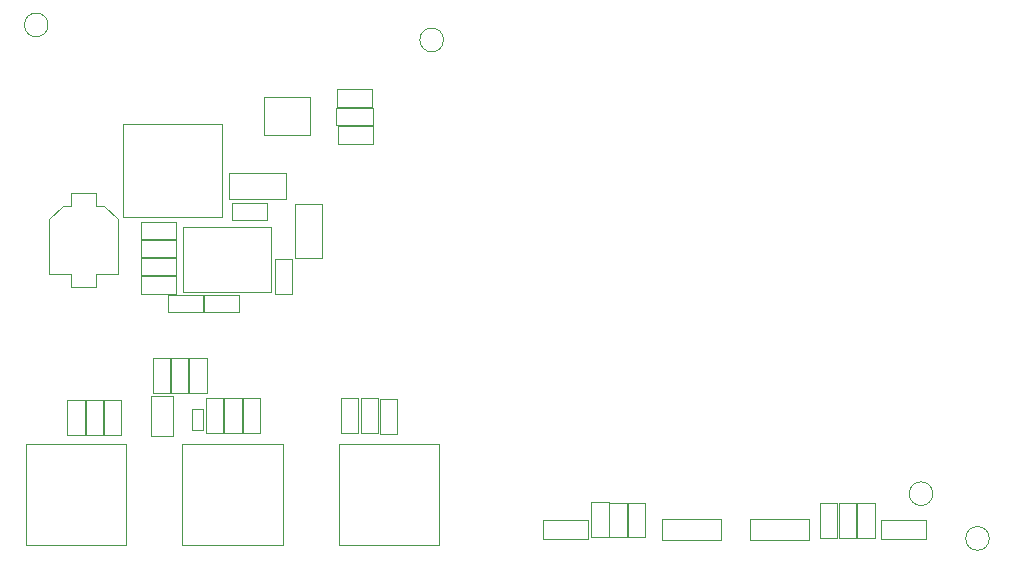
<source format=gbr>
G04 #@! TF.GenerationSoftware,KiCad,Pcbnew,9.0.0*
G04 #@! TF.CreationDate,2025-09-02T13:29:40+03:00*
G04 #@! TF.ProjectId,GSM_SMA_V1.0,47534d5f-534d-4415-9f56-312e302e6b69,rev?*
G04 #@! TF.SameCoordinates,Original*
G04 #@! TF.FileFunction,Other,User*
%FSLAX46Y46*%
G04 Gerber Fmt 4.6, Leading zero omitted, Abs format (unit mm)*
G04 Created by KiCad (PCBNEW 9.0.0) date 2025-09-02 13:29:40*
%MOMM*%
%LPD*%
G01*
G04 APERTURE LIST*
%ADD10C,0.050000*%
G04 APERTURE END LIST*
D10*
X144220000Y-117395000D02*
X145680000Y-117395000D01*
X144220000Y-120355000D02*
X144220000Y-117395000D01*
X145680000Y-117395000D02*
X145680000Y-120355000D01*
X145680000Y-120355000D02*
X144220000Y-120355000D01*
X90630000Y-108550000D02*
X92090000Y-108550000D01*
X90630000Y-111510000D02*
X90630000Y-108550000D01*
X92090000Y-108550000D02*
X92090000Y-111510000D01*
X92090000Y-111510000D02*
X90630000Y-111510000D01*
X152190000Y-116610000D02*
G75*
G02*
X150190000Y-116610000I-1000000J0D01*
G01*
X150190000Y-116610000D02*
G75*
G02*
X152190000Y-116610000I1000000J0D01*
G01*
X92880000Y-91970000D02*
X95840000Y-91970000D01*
X92880000Y-93430000D02*
X92880000Y-91970000D01*
X95840000Y-91970000D02*
X95840000Y-93430000D01*
X95840000Y-93430000D02*
X92880000Y-93430000D01*
X126350000Y-117360000D02*
X127810000Y-117360000D01*
X126350000Y-120320000D02*
X126350000Y-117360000D01*
X127810000Y-117360000D02*
X127810000Y-120320000D01*
X127810000Y-120320000D02*
X126350000Y-120320000D01*
X99440000Y-82991500D02*
X95540000Y-82991500D01*
X95540000Y-86241500D01*
X99440000Y-86241500D01*
X99440000Y-82991500D01*
X85150000Y-96660000D02*
X88110000Y-96660000D01*
X85150000Y-98120000D02*
X85150000Y-96660000D01*
X88110000Y-96660000D02*
X88110000Y-98120000D01*
X88110000Y-98120000D02*
X85150000Y-98120000D01*
X85150000Y-93590000D02*
X88110000Y-93590000D01*
X85150000Y-95050000D02*
X85150000Y-93590000D01*
X88110000Y-93590000D02*
X88110000Y-95050000D01*
X88110000Y-95050000D02*
X85150000Y-95050000D01*
X83620000Y-85350000D02*
X83620000Y-93150000D01*
X83620000Y-93150000D02*
X92020000Y-93150000D01*
X92020000Y-85350000D02*
X83620000Y-85350000D01*
X92020000Y-93150000D02*
X92020000Y-85350000D01*
X103780000Y-108550000D02*
X105240000Y-108550000D01*
X103780000Y-111510000D02*
X103780000Y-108550000D01*
X105240000Y-108550000D02*
X105240000Y-111510000D01*
X105240000Y-111510000D02*
X103780000Y-111510000D01*
X92630000Y-89480000D02*
X97390000Y-89480000D01*
X92630000Y-91680000D02*
X92630000Y-89480000D01*
X97390000Y-89480000D02*
X97390000Y-91680000D01*
X97390000Y-91680000D02*
X92630000Y-91680000D01*
X151620000Y-118855000D02*
X147820000Y-118855000D01*
X147820000Y-120455000D01*
X151620000Y-120455000D01*
X151620000Y-118855000D01*
X105400000Y-108560000D02*
X106860000Y-108560000D01*
X105400000Y-111520000D02*
X105400000Y-108560000D01*
X106860000Y-108560000D02*
X106860000Y-111520000D01*
X106860000Y-111520000D02*
X105400000Y-111520000D01*
X77280000Y-76920000D02*
G75*
G02*
X75280000Y-76920000I-1000000J0D01*
G01*
X75280000Y-76920000D02*
G75*
G02*
X77280000Y-76920000I1000000J0D01*
G01*
X104792413Y-85384292D02*
X101642413Y-85384292D01*
X101642413Y-83934292D01*
X104792413Y-83934292D01*
X104792413Y-85384292D01*
X80450000Y-108650000D02*
X81910000Y-108650000D01*
X80450000Y-111610000D02*
X80450000Y-108650000D01*
X81910000Y-108650000D02*
X81910000Y-111610000D01*
X81910000Y-111610000D02*
X80450000Y-111610000D01*
X124810000Y-117360000D02*
X126270000Y-117360000D01*
X124810000Y-120320000D02*
X124810000Y-117360000D01*
X126270000Y-117360000D02*
X126270000Y-120320000D01*
X126270000Y-120320000D02*
X124810000Y-120320000D01*
X156970000Y-120400000D02*
G75*
G02*
X154970000Y-120400000I-1000000J0D01*
G01*
X154970000Y-120400000D02*
G75*
G02*
X156970000Y-120400000I1000000J0D01*
G01*
X101890000Y-112440000D02*
X110390000Y-112440000D01*
X110390000Y-120940000D01*
X101890000Y-120940000D01*
X101890000Y-112440000D01*
X93780000Y-108550000D02*
X95240000Y-108550000D01*
X93780000Y-111510000D02*
X93780000Y-108550000D01*
X95240000Y-108550000D02*
X95240000Y-111510000D01*
X95240000Y-111510000D02*
X93780000Y-111510000D01*
X119190000Y-120410000D02*
X122990000Y-120410000D01*
X122990000Y-118810000D01*
X119190000Y-118810000D01*
X119190000Y-120410000D01*
X110760000Y-78190000D02*
G75*
G02*
X108760000Y-78190000I-1000000J0D01*
G01*
X108760000Y-78190000D02*
G75*
G02*
X110760000Y-78190000I1000000J0D01*
G01*
X123280000Y-117355000D02*
X124740000Y-117355000D01*
X123280000Y-120315000D02*
X123280000Y-117355000D01*
X124740000Y-117355000D02*
X124740000Y-120315000D01*
X124740000Y-120315000D02*
X123280000Y-120315000D01*
X78920000Y-108660000D02*
X80380000Y-108660000D01*
X78920000Y-111620000D02*
X78920000Y-108660000D01*
X80380000Y-108660000D02*
X80380000Y-111620000D01*
X80380000Y-111620000D02*
X78920000Y-111620000D01*
X98160000Y-92050000D02*
X100460000Y-92050000D01*
X98160000Y-96650000D02*
X98160000Y-92050000D01*
X100460000Y-92050000D02*
X100460000Y-96650000D01*
X100460000Y-96650000D02*
X98160000Y-96650000D01*
X92210000Y-108530000D02*
X93670000Y-108530000D01*
X92210000Y-111490000D02*
X92210000Y-108530000D01*
X93670000Y-108530000D02*
X93670000Y-111490000D01*
X93670000Y-111490000D02*
X92210000Y-111490000D01*
X129280000Y-118750000D02*
X134220000Y-118750000D01*
X134220000Y-120490000D01*
X129280000Y-120490000D01*
X129280000Y-118750000D01*
X142630000Y-117395000D02*
X144090000Y-117395000D01*
X142630000Y-120355000D02*
X142630000Y-117395000D01*
X144090000Y-117395000D02*
X144090000Y-120355000D01*
X144090000Y-120355000D02*
X142630000Y-120355000D01*
X87400000Y-99780000D02*
X90360000Y-99780000D01*
X87400000Y-101240000D02*
X87400000Y-99780000D01*
X90360000Y-99780000D02*
X90360000Y-101240000D01*
X90360000Y-101240000D02*
X87400000Y-101240000D01*
X77380000Y-93380000D02*
X77380000Y-98030000D01*
X78530000Y-92230000D02*
X77380000Y-93380000D01*
X79230000Y-91180000D02*
X79230000Y-92230000D01*
X79230000Y-92230000D02*
X78530000Y-92230000D01*
X79230000Y-98030000D02*
X77380000Y-98030000D01*
X79230000Y-99080000D02*
X79230000Y-98030000D01*
X81330000Y-91180000D02*
X79230000Y-91180000D01*
X81330000Y-92230000D02*
X81330000Y-91180000D01*
X81330000Y-98030000D02*
X81330000Y-99080000D01*
X81330000Y-99080000D02*
X79230000Y-99080000D01*
X82030000Y-92230000D02*
X81330000Y-92230000D01*
X82030000Y-92230000D02*
X83180000Y-93380000D01*
X83180000Y-93380000D02*
X83180000Y-98030000D01*
X83180000Y-98030000D02*
X81330000Y-98030000D01*
X82010000Y-108665000D02*
X83470000Y-108665000D01*
X82010000Y-111625000D02*
X82010000Y-108665000D01*
X83470000Y-108665000D02*
X83470000Y-111625000D01*
X83470000Y-111625000D02*
X82010000Y-111625000D01*
X85160000Y-98220000D02*
X88120000Y-98220000D01*
X85160000Y-99680000D02*
X85160000Y-98220000D01*
X88120000Y-98220000D02*
X88120000Y-99680000D01*
X88120000Y-99680000D02*
X85160000Y-99680000D01*
X101773933Y-82379673D02*
X104733933Y-82379673D01*
X101773933Y-83839673D02*
X101773933Y-82379673D01*
X104733933Y-82379673D02*
X104733933Y-83839673D01*
X104733933Y-83839673D02*
X101773933Y-83839673D01*
X85150000Y-95120000D02*
X88110000Y-95120000D01*
X85150000Y-96580000D02*
X85150000Y-95120000D01*
X88110000Y-95120000D02*
X88110000Y-96580000D01*
X88110000Y-96580000D02*
X85150000Y-96580000D01*
X96462000Y-96735000D02*
X97922000Y-96735000D01*
X96462000Y-99695000D02*
X96462000Y-96735000D01*
X97922000Y-96735000D02*
X97922000Y-99695000D01*
X97922000Y-99695000D02*
X96462000Y-99695000D01*
X88640000Y-112440000D02*
X97140000Y-112440000D01*
X97140000Y-120940000D01*
X88640000Y-120940000D01*
X88640000Y-112440000D01*
X102080000Y-108550000D02*
X103540000Y-108550000D01*
X102080000Y-111510000D02*
X102080000Y-108550000D01*
X103540000Y-108550000D02*
X103540000Y-111510000D01*
X103540000Y-111510000D02*
X102080000Y-111510000D01*
X89500000Y-109400000D02*
X90440000Y-109400000D01*
X89500000Y-111260000D02*
X89500000Y-109400000D01*
X90440000Y-109400000D02*
X90440000Y-111260000D01*
X90440000Y-111260000D02*
X89500000Y-111260000D01*
X88695000Y-94010000D02*
X96145000Y-94010000D01*
X88695000Y-99510000D02*
X88695000Y-94010000D01*
X96145000Y-94010000D02*
X96145000Y-99510000D01*
X96145000Y-99510000D02*
X88695000Y-99510000D01*
X85960000Y-108360000D02*
X87860000Y-108360000D01*
X85960000Y-111720000D02*
X85960000Y-108360000D01*
X87860000Y-108360000D02*
X87860000Y-111720000D01*
X87860000Y-111720000D02*
X85960000Y-111720000D01*
X141710000Y-120570000D02*
X136740000Y-120570000D01*
X136740000Y-118740000D01*
X141710000Y-118740000D01*
X141710000Y-120570000D01*
X75390000Y-112440000D02*
X83890000Y-112440000D01*
X83890000Y-120940000D01*
X75390000Y-120940000D01*
X75390000Y-112440000D01*
X101795000Y-85510000D02*
X104755000Y-85510000D01*
X101795000Y-86970000D02*
X101795000Y-85510000D01*
X104755000Y-85510000D02*
X104755000Y-86970000D01*
X104755000Y-86970000D02*
X101795000Y-86970000D01*
X86160000Y-105090000D02*
X87620000Y-105090000D01*
X86160000Y-108050000D02*
X86160000Y-105090000D01*
X87620000Y-105090000D02*
X87620000Y-108050000D01*
X87620000Y-108050000D02*
X86160000Y-108050000D01*
X89240000Y-105090000D02*
X90700000Y-105090000D01*
X89240000Y-108050000D02*
X89240000Y-105090000D01*
X90700000Y-105090000D02*
X90700000Y-108050000D01*
X90700000Y-108050000D02*
X89240000Y-108050000D01*
X145800000Y-117395000D02*
X147260000Y-117395000D01*
X145800000Y-120355000D02*
X145800000Y-117395000D01*
X147260000Y-117395000D02*
X147260000Y-120355000D01*
X147260000Y-120355000D02*
X145800000Y-120355000D01*
X90500000Y-99780000D02*
X93460000Y-99780000D01*
X90500000Y-101240000D02*
X90500000Y-99780000D01*
X93460000Y-99780000D02*
X93460000Y-101240000D01*
X93460000Y-101240000D02*
X90500000Y-101240000D01*
X87700000Y-105090000D02*
X89160000Y-105090000D01*
X87700000Y-108050000D02*
X87700000Y-105090000D01*
X89160000Y-105090000D02*
X89160000Y-108050000D01*
X89160000Y-108050000D02*
X87700000Y-108050000D01*
M02*

</source>
